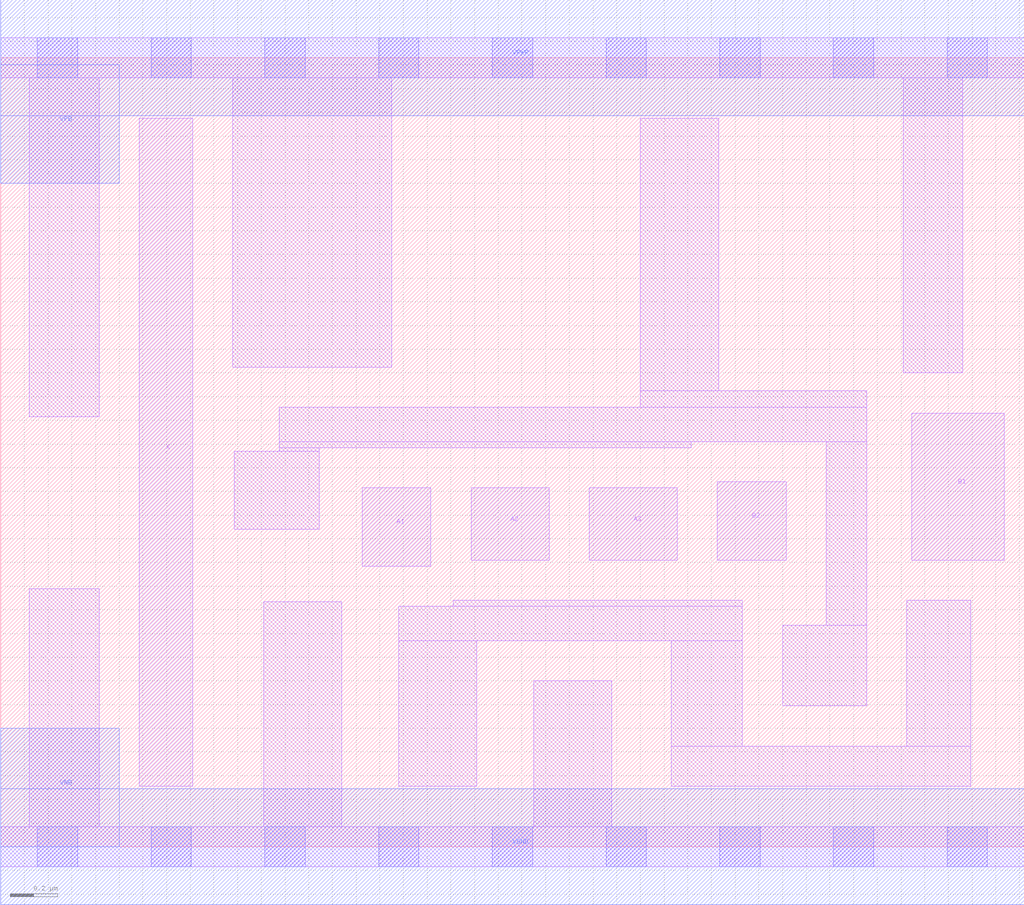
<source format=lef>
# Copyright 2020 The SkyWater PDK Authors
#
# Licensed under the Apache License, Version 2.0 (the "License");
# you may not use this file except in compliance with the License.
# You may obtain a copy of the License at
#
#     https://www.apache.org/licenses/LICENSE-2.0
#
# Unless required by applicable law or agreed to in writing, software
# distributed under the License is distributed on an "AS IS" BASIS,
# WITHOUT WARRANTIES OR CONDITIONS OF ANY KIND, either express or implied.
# See the License for the specific language governing permissions and
# limitations under the License.
#
# SPDX-License-Identifier: Apache-2.0

VERSION 5.5 ;
NAMESCASESENSITIVE ON ;
BUSBITCHARS "[]" ;
DIVIDERCHAR "/" ;
MACRO sky130_fd_sc_lp__o32a_2
  CLASS CORE ;
  SOURCE USER ;
  ORIGIN  0.000000  0.000000 ;
  SIZE  4.320000 BY  3.330000 ;
  SYMMETRY X Y R90 ;
  SITE unit ;
  PIN A1
    ANTENNAGATEAREA  0.315000 ;
    DIRECTION INPUT ;
    USE SIGNAL ;
    PORT
      LAYER li1 ;
        RECT 1.525000 1.185000 1.815000 1.515000 ;
    END
  END A1
  PIN A2
    ANTENNAGATEAREA  0.315000 ;
    DIRECTION INPUT ;
    USE SIGNAL ;
    PORT
      LAYER li1 ;
        RECT 1.985000 1.210000 2.315000 1.515000 ;
    END
  END A2
  PIN A3
    ANTENNAGATEAREA  0.315000 ;
    DIRECTION INPUT ;
    USE SIGNAL ;
    PORT
      LAYER li1 ;
        RECT 2.485000 1.210000 2.855000 1.515000 ;
    END
  END A3
  PIN B1
    ANTENNAGATEAREA  0.315000 ;
    DIRECTION INPUT ;
    USE SIGNAL ;
    PORT
      LAYER li1 ;
        RECT 3.845000 1.210000 4.235000 1.830000 ;
    END
  END B1
  PIN B2
    ANTENNAGATEAREA  0.315000 ;
    DIRECTION INPUT ;
    USE SIGNAL ;
    PORT
      LAYER li1 ;
        RECT 3.025000 1.210000 3.315000 1.540000 ;
    END
  END B2
  PIN X
    ANTENNADIFFAREA  0.588000 ;
    DIRECTION OUTPUT ;
    USE SIGNAL ;
    PORT
      LAYER li1 ;
        RECT 0.585000 0.255000 0.810000 3.075000 ;
    END
  END X
  PIN VGND
    DIRECTION INOUT ;
    USE GROUND ;
    PORT
      LAYER met1 ;
        RECT 0.000000 -0.245000 4.320000 0.245000 ;
    END
  END VGND
  PIN VNB
    DIRECTION INOUT ;
    USE GROUND ;
    PORT
      LAYER met1 ;
        RECT 0.000000 0.000000 0.500000 0.500000 ;
    END
  END VNB
  PIN VPB
    DIRECTION INOUT ;
    USE POWER ;
    PORT
      LAYER met1 ;
        RECT 0.000000 2.800000 0.500000 3.300000 ;
    END
  END VPB
  PIN VPWR
    DIRECTION INOUT ;
    USE POWER ;
    PORT
      LAYER met1 ;
        RECT 0.000000 3.085000 4.320000 3.575000 ;
    END
  END VPWR
  OBS
    LAYER li1 ;
      RECT 0.000000 -0.085000 4.320000 0.085000 ;
      RECT 0.000000  3.245000 4.320000 3.415000 ;
      RECT 0.120000  0.085000 0.415000 1.090000 ;
      RECT 0.120000  1.815000 0.415000 3.245000 ;
      RECT 0.980000  2.025000 1.650000 3.245000 ;
      RECT 0.985000  1.340000 1.345000 1.670000 ;
      RECT 1.110000  0.085000 1.440000 1.035000 ;
      RECT 1.175000  1.670000 1.345000 1.685000 ;
      RECT 1.175000  1.685000 2.915000 1.710000 ;
      RECT 1.175000  1.710000 3.655000 1.855000 ;
      RECT 1.680000  0.255000 2.010000 0.870000 ;
      RECT 1.680000  0.870000 3.130000 1.015000 ;
      RECT 1.910000  1.015000 3.130000 1.040000 ;
      RECT 2.250000  0.085000 2.580000 0.700000 ;
      RECT 2.700000  1.855000 3.655000 1.925000 ;
      RECT 2.700000  1.925000 3.030000 3.075000 ;
      RECT 2.830000  0.255000 4.095000 0.425000 ;
      RECT 2.830000  0.425000 3.130000 0.870000 ;
      RECT 3.300000  0.595000 3.655000 0.935000 ;
      RECT 3.485000  0.935000 3.655000 1.710000 ;
      RECT 3.810000  2.000000 4.060000 3.245000 ;
      RECT 3.825000  0.425000 4.095000 1.040000 ;
    LAYER mcon ;
      RECT 0.155000 -0.085000 0.325000 0.085000 ;
      RECT 0.155000  3.245000 0.325000 3.415000 ;
      RECT 0.635000 -0.085000 0.805000 0.085000 ;
      RECT 0.635000  3.245000 0.805000 3.415000 ;
      RECT 1.115000 -0.085000 1.285000 0.085000 ;
      RECT 1.115000  3.245000 1.285000 3.415000 ;
      RECT 1.595000 -0.085000 1.765000 0.085000 ;
      RECT 1.595000  3.245000 1.765000 3.415000 ;
      RECT 2.075000 -0.085000 2.245000 0.085000 ;
      RECT 2.075000  3.245000 2.245000 3.415000 ;
      RECT 2.555000 -0.085000 2.725000 0.085000 ;
      RECT 2.555000  3.245000 2.725000 3.415000 ;
      RECT 3.035000 -0.085000 3.205000 0.085000 ;
      RECT 3.035000  3.245000 3.205000 3.415000 ;
      RECT 3.515000 -0.085000 3.685000 0.085000 ;
      RECT 3.515000  3.245000 3.685000 3.415000 ;
      RECT 3.995000 -0.085000 4.165000 0.085000 ;
      RECT 3.995000  3.245000 4.165000 3.415000 ;
  END
END sky130_fd_sc_lp__o32a_2
END LIBRARY

</source>
